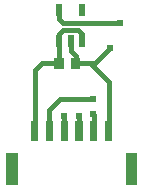
<source format=gtl>
G04 Layer: TopLayer*
G04 EasyEDA v6.4.23, 2021-09-04T00:31:51+08:00*
G04 872143699bd64a1e8f6259a32930bd7b,34bb6763e28e4bbdb854ef51fa08daf4,10*
G04 Gerber Generator version 0.2*
G04 Scale: 100 percent, Rotated: No, Reflected: No *
G04 Dimensions in millimeters *
G04 leading zeros omitted , absolute positions ,4 integer and 5 decimal *
%FSLAX45Y45*%
%MOMM*%

%ADD11C,0.4000*%
%ADD12C,0.6096*%
%ADD16R,0.6000X1.0000*%

%LPD*%
D11*
X1321815Y604520D02*
G01*
X1321815Y788415D01*
X1409700Y876300D01*
X1689100Y876300D01*
X1696770Y604520D02*
G01*
X1696770Y741629D01*
X1689100Y749300D01*
X1571802Y604520D02*
G01*
X1571802Y733602D01*
X1574800Y736600D01*
X1543202Y1181100D02*
G01*
X1663700Y1181100D01*
X1821738Y1023061D01*
X1821738Y604520D01*
X1404873Y1370076D02*
G01*
X1403095Y1181100D01*
X1543202Y1181100D02*
G01*
X1704741Y1181100D01*
X1833265Y1309623D01*
X1499996Y1369999D02*
G01*
X1499996Y1281303D01*
X1543202Y1238097D01*
X1543202Y1181100D01*
X1594865Y1370076D02*
G01*
X1594865Y1427734D01*
X1562100Y1460500D01*
X1435100Y1460500D01*
X1404873Y1430273D01*
X1404873Y1370076D01*
X1196898Y604520D02*
G01*
X1196898Y1120698D01*
X1257300Y1181100D01*
X1403197Y1181100D01*
X1405006Y1630009D02*
G01*
X1405006Y1554093D01*
X1435100Y1524000D01*
X1917700Y1524000D01*
X1447800Y736600D02*
G01*
X1446784Y604520D01*
G36*
X1503199Y1226101D02*
G01*
X1583199Y1226101D01*
X1583199Y1136098D01*
X1503199Y1136098D01*
G37*
G36*
X1363200Y1226101D02*
G01*
X1443200Y1226101D01*
X1443200Y1136098D01*
X1363200Y1136098D01*
G37*
G36*
X1291854Y689610D02*
G01*
X1351798Y689610D01*
X1351798Y519429D01*
X1291854Y519429D01*
G37*
G36*
X1166926Y689610D02*
G01*
X1226870Y689610D01*
X1226870Y519429D01*
X1166926Y519429D01*
G37*
G36*
X1966584Y419501D02*
G01*
X2066660Y419501D01*
X2066660Y149499D01*
X1966584Y149499D01*
G37*
G36*
X951862Y419501D02*
G01*
X1051938Y419501D01*
X1051938Y149499D01*
X951862Y149499D01*
G37*
G36*
X1416834Y689610D02*
G01*
X1476778Y689610D01*
X1476778Y519429D01*
X1416834Y519429D01*
G37*
G36*
X1541820Y689610D02*
G01*
X1601764Y689610D01*
X1601764Y519429D01*
X1541820Y519429D01*
G37*
G36*
X1666798Y689607D02*
G01*
X1726742Y689607D01*
X1726742Y519427D01*
X1666798Y519427D01*
G37*
G36*
X1791776Y689607D02*
G01*
X1851720Y689607D01*
X1851720Y519427D01*
X1791776Y519427D01*
G37*
D16*
G01*
X1405001Y1630019D03*
G01*
X1594993Y1630019D03*
G01*
X1594993Y1369999D03*
G01*
X1499996Y1369999D03*
G01*
X1405001Y1369999D03*
D12*
G01*
X1917700Y1524000D03*
G01*
X1833265Y1309623D03*
G01*
X1447800Y736600D03*
G01*
X1574800Y736600D03*
G01*
X1689100Y749300D03*
G01*
X1689100Y876300D03*
M02*

</source>
